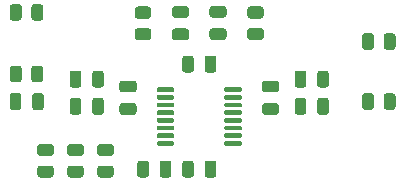
<source format=gbr>
%TF.GenerationSoftware,KiCad,Pcbnew,(5.1.9)-1*%
%TF.CreationDate,2021-03-27T14:28:13-04:00*%
%TF.ProjectId,DS2_Addon,4453325f-4164-4646-9f6e-2e6b69636164,rev?*%
%TF.SameCoordinates,Original*%
%TF.FileFunction,Paste,Top*%
%TF.FilePolarity,Positive*%
%FSLAX46Y46*%
G04 Gerber Fmt 4.6, Leading zero omitted, Abs format (unit mm)*
G04 Created by KiCad (PCBNEW (5.1.9)-1) date 2021-03-27 14:28:13*
%MOMM*%
%LPD*%
G01*
G04 APERTURE LIST*
G04 APERTURE END LIST*
%TO.C,C1*%
G36*
G01*
X138905000Y-76722500D02*
X137955000Y-76722500D01*
G75*
G02*
X137705000Y-76472500I0J250000D01*
G01*
X137705000Y-75972500D01*
G75*
G02*
X137955000Y-75722500I250000J0D01*
G01*
X138905000Y-75722500D01*
G75*
G02*
X139155000Y-75972500I0J-250000D01*
G01*
X139155000Y-76472500D01*
G75*
G02*
X138905000Y-76722500I-250000J0D01*
G01*
G37*
G36*
G01*
X138905000Y-78622500D02*
X137955000Y-78622500D01*
G75*
G02*
X137705000Y-78372500I0J250000D01*
G01*
X137705000Y-77872500D01*
G75*
G02*
X137955000Y-77622500I250000J0D01*
G01*
X138905000Y-77622500D01*
G75*
G02*
X139155000Y-77872500I0J-250000D01*
G01*
X139155000Y-78372500D01*
G75*
G02*
X138905000Y-78622500I-250000J0D01*
G01*
G37*
%TD*%
%TO.C,C2*%
G36*
G01*
X138290000Y-80170000D02*
X138290000Y-81120000D01*
G75*
G02*
X138040000Y-81370000I-250000J0D01*
G01*
X137540000Y-81370000D01*
G75*
G02*
X137290000Y-81120000I0J250000D01*
G01*
X137290000Y-80170000D01*
G75*
G02*
X137540000Y-79920000I250000J0D01*
G01*
X138040000Y-79920000D01*
G75*
G02*
X138290000Y-80170000I0J-250000D01*
G01*
G37*
G36*
G01*
X136390000Y-80170000D02*
X136390000Y-81120000D01*
G75*
G02*
X136140000Y-81370000I-250000J0D01*
G01*
X135640000Y-81370000D01*
G75*
G02*
X135390000Y-81120000I0J250000D01*
G01*
X135390000Y-80170000D01*
G75*
G02*
X135640000Y-79920000I250000J0D01*
G01*
X136140000Y-79920000D01*
G75*
G02*
X136390000Y-80170000I0J-250000D01*
G01*
G37*
%TD*%
%TO.C,C3*%
G36*
G01*
X134780000Y-75722500D02*
X135730000Y-75722500D01*
G75*
G02*
X135980000Y-75972500I0J-250000D01*
G01*
X135980000Y-76472500D01*
G75*
G02*
X135730000Y-76722500I-250000J0D01*
G01*
X134780000Y-76722500D01*
G75*
G02*
X134530000Y-76472500I0J250000D01*
G01*
X134530000Y-75972500D01*
G75*
G02*
X134780000Y-75722500I250000J0D01*
G01*
G37*
G36*
G01*
X134780000Y-77622500D02*
X135730000Y-77622500D01*
G75*
G02*
X135980000Y-77872500I0J-250000D01*
G01*
X135980000Y-78372500D01*
G75*
G02*
X135730000Y-78622500I-250000J0D01*
G01*
X134780000Y-78622500D01*
G75*
G02*
X134530000Y-78372500I0J250000D01*
G01*
X134530000Y-77872500D01*
G75*
G02*
X134780000Y-77622500I250000J0D01*
G01*
G37*
%TD*%
%TO.C,C4*%
G36*
G01*
X122690000Y-84295000D02*
X122690000Y-83345000D01*
G75*
G02*
X122940000Y-83095000I250000J0D01*
G01*
X123440000Y-83095000D01*
G75*
G02*
X123690000Y-83345000I0J-250000D01*
G01*
X123690000Y-84295000D01*
G75*
G02*
X123440000Y-84545000I-250000J0D01*
G01*
X122940000Y-84545000D01*
G75*
G02*
X122690000Y-84295000I0J250000D01*
G01*
G37*
G36*
G01*
X120790000Y-84295000D02*
X120790000Y-83345000D01*
G75*
G02*
X121040000Y-83095000I250000J0D01*
G01*
X121540000Y-83095000D01*
G75*
G02*
X121790000Y-83345000I0J-250000D01*
G01*
X121790000Y-84295000D01*
G75*
G02*
X121540000Y-84545000I-250000J0D01*
G01*
X121040000Y-84545000D01*
G75*
G02*
X120790000Y-84295000I0J250000D01*
G01*
G37*
%TD*%
%TO.C,C5*%
G36*
G01*
X132585000Y-89060000D02*
X132585000Y-90010000D01*
G75*
G02*
X132335000Y-90260000I-250000J0D01*
G01*
X131835000Y-90260000D01*
G75*
G02*
X131585000Y-90010000I0J250000D01*
G01*
X131585000Y-89060000D01*
G75*
G02*
X131835000Y-88810000I250000J0D01*
G01*
X132335000Y-88810000D01*
G75*
G02*
X132585000Y-89060000I0J-250000D01*
G01*
G37*
G36*
G01*
X134485000Y-89060000D02*
X134485000Y-90010000D01*
G75*
G02*
X134235000Y-90260000I-250000J0D01*
G01*
X133735000Y-90260000D01*
G75*
G02*
X133485000Y-90010000I0J250000D01*
G01*
X133485000Y-89060000D01*
G75*
G02*
X133735000Y-88810000I250000J0D01*
G01*
X134235000Y-88810000D01*
G75*
G02*
X134485000Y-89060000I0J-250000D01*
G01*
G37*
%TD*%
%TO.C,C6*%
G36*
G01*
X135390000Y-90010000D02*
X135390000Y-89060000D01*
G75*
G02*
X135640000Y-88810000I250000J0D01*
G01*
X136140000Y-88810000D01*
G75*
G02*
X136390000Y-89060000I0J-250000D01*
G01*
X136390000Y-90010000D01*
G75*
G02*
X136140000Y-90260000I-250000J0D01*
G01*
X135640000Y-90260000D01*
G75*
G02*
X135390000Y-90010000I0J250000D01*
G01*
G37*
G36*
G01*
X137290000Y-90010000D02*
X137290000Y-89060000D01*
G75*
G02*
X137540000Y-88810000I250000J0D01*
G01*
X138040000Y-88810000D01*
G75*
G02*
X138290000Y-89060000I0J-250000D01*
G01*
X138290000Y-90010000D01*
G75*
G02*
X138040000Y-90260000I-250000J0D01*
G01*
X137540000Y-90260000D01*
G75*
G02*
X137290000Y-90010000I0J250000D01*
G01*
G37*
%TD*%
%TO.C,C7*%
G36*
G01*
X125870000Y-84695000D02*
X125870000Y-83745000D01*
G75*
G02*
X126120000Y-83495000I250000J0D01*
G01*
X126620000Y-83495000D01*
G75*
G02*
X126870000Y-83745000I0J-250000D01*
G01*
X126870000Y-84695000D01*
G75*
G02*
X126620000Y-84945000I-250000J0D01*
G01*
X126120000Y-84945000D01*
G75*
G02*
X125870000Y-84695000I0J250000D01*
G01*
G37*
G36*
G01*
X127770000Y-84695000D02*
X127770000Y-83745000D01*
G75*
G02*
X128020000Y-83495000I250000J0D01*
G01*
X128520000Y-83495000D01*
G75*
G02*
X128770000Y-83745000I0J-250000D01*
G01*
X128770000Y-84695000D01*
G75*
G02*
X128520000Y-84945000I-250000J0D01*
G01*
X128020000Y-84945000D01*
G75*
G02*
X127770000Y-84695000I0J250000D01*
G01*
G37*
%TD*%
%TO.C,C8*%
G36*
G01*
X131285000Y-84950000D02*
X130335000Y-84950000D01*
G75*
G02*
X130085000Y-84700000I0J250000D01*
G01*
X130085000Y-84200000D01*
G75*
G02*
X130335000Y-83950000I250000J0D01*
G01*
X131285000Y-83950000D01*
G75*
G02*
X131535000Y-84200000I0J-250000D01*
G01*
X131535000Y-84700000D01*
G75*
G02*
X131285000Y-84950000I-250000J0D01*
G01*
G37*
G36*
G01*
X131285000Y-83050000D02*
X130335000Y-83050000D01*
G75*
G02*
X130085000Y-82800000I0J250000D01*
G01*
X130085000Y-82300000D01*
G75*
G02*
X130335000Y-82050000I250000J0D01*
G01*
X131285000Y-82050000D01*
G75*
G02*
X131535000Y-82300000I0J-250000D01*
G01*
X131535000Y-82800000D01*
G75*
G02*
X131285000Y-83050000I-250000J0D01*
G01*
G37*
%TD*%
%TO.C,C9*%
G36*
G01*
X126870000Y-81440000D02*
X126870000Y-82390000D01*
G75*
G02*
X126620000Y-82640000I-250000J0D01*
G01*
X126120000Y-82640000D01*
G75*
G02*
X125870000Y-82390000I0J250000D01*
G01*
X125870000Y-81440000D01*
G75*
G02*
X126120000Y-81190000I250000J0D01*
G01*
X126620000Y-81190000D01*
G75*
G02*
X126870000Y-81440000I0J-250000D01*
G01*
G37*
G36*
G01*
X128770000Y-81440000D02*
X128770000Y-82390000D01*
G75*
G02*
X128520000Y-82640000I-250000J0D01*
G01*
X128020000Y-82640000D01*
G75*
G02*
X127770000Y-82390000I0J250000D01*
G01*
X127770000Y-81440000D01*
G75*
G02*
X128020000Y-81190000I250000J0D01*
G01*
X128520000Y-81190000D01*
G75*
G02*
X128770000Y-81440000I0J-250000D01*
G01*
G37*
%TD*%
%TO.C,C10*%
G36*
G01*
X145920000Y-81440000D02*
X145920000Y-82390000D01*
G75*
G02*
X145670000Y-82640000I-250000J0D01*
G01*
X145170000Y-82640000D01*
G75*
G02*
X144920000Y-82390000I0J250000D01*
G01*
X144920000Y-81440000D01*
G75*
G02*
X145170000Y-81190000I250000J0D01*
G01*
X145670000Y-81190000D01*
G75*
G02*
X145920000Y-81440000I0J-250000D01*
G01*
G37*
G36*
G01*
X147820000Y-81440000D02*
X147820000Y-82390000D01*
G75*
G02*
X147570000Y-82640000I-250000J0D01*
G01*
X147070000Y-82640000D01*
G75*
G02*
X146820000Y-82390000I0J250000D01*
G01*
X146820000Y-81440000D01*
G75*
G02*
X147070000Y-81190000I250000J0D01*
G01*
X147570000Y-81190000D01*
G75*
G02*
X147820000Y-81440000I0J-250000D01*
G01*
G37*
%TD*%
%TO.C,C11*%
G36*
G01*
X142400000Y-83950000D02*
X143350000Y-83950000D01*
G75*
G02*
X143600000Y-84200000I0J-250000D01*
G01*
X143600000Y-84700000D01*
G75*
G02*
X143350000Y-84950000I-250000J0D01*
G01*
X142400000Y-84950000D01*
G75*
G02*
X142150000Y-84700000I0J250000D01*
G01*
X142150000Y-84200000D01*
G75*
G02*
X142400000Y-83950000I250000J0D01*
G01*
G37*
G36*
G01*
X142400000Y-82050000D02*
X143350000Y-82050000D01*
G75*
G02*
X143600000Y-82300000I0J-250000D01*
G01*
X143600000Y-82800000D01*
G75*
G02*
X143350000Y-83050000I-250000J0D01*
G01*
X142400000Y-83050000D01*
G75*
G02*
X142150000Y-82800000I0J250000D01*
G01*
X142150000Y-82300000D01*
G75*
G02*
X142400000Y-82050000I250000J0D01*
G01*
G37*
%TD*%
%TO.C,C12*%
G36*
G01*
X144920000Y-84695000D02*
X144920000Y-83745000D01*
G75*
G02*
X145170000Y-83495000I250000J0D01*
G01*
X145670000Y-83495000D01*
G75*
G02*
X145920000Y-83745000I0J-250000D01*
G01*
X145920000Y-84695000D01*
G75*
G02*
X145670000Y-84945000I-250000J0D01*
G01*
X145170000Y-84945000D01*
G75*
G02*
X144920000Y-84695000I0J250000D01*
G01*
G37*
G36*
G01*
X146820000Y-84695000D02*
X146820000Y-83745000D01*
G75*
G02*
X147070000Y-83495000I250000J0D01*
G01*
X147570000Y-83495000D01*
G75*
G02*
X147820000Y-83745000I0J-250000D01*
G01*
X147820000Y-84695000D01*
G75*
G02*
X147570000Y-84945000I-250000J0D01*
G01*
X147070000Y-84945000D01*
G75*
G02*
X146820000Y-84695000I0J250000D01*
G01*
G37*
%TD*%
%TO.C,R1*%
G36*
G01*
X142055001Y-76792500D02*
X141154999Y-76792500D01*
G75*
G02*
X140905000Y-76542501I0J249999D01*
G01*
X140905000Y-76017499D01*
G75*
G02*
X141154999Y-75767500I249999J0D01*
G01*
X142055001Y-75767500D01*
G75*
G02*
X142305000Y-76017499I0J-249999D01*
G01*
X142305000Y-76542501D01*
G75*
G02*
X142055001Y-76792500I-249999J0D01*
G01*
G37*
G36*
G01*
X142055001Y-78617500D02*
X141154999Y-78617500D01*
G75*
G02*
X140905000Y-78367501I0J249999D01*
G01*
X140905000Y-77842499D01*
G75*
G02*
X141154999Y-77592500I249999J0D01*
G01*
X142055001Y-77592500D01*
G75*
G02*
X142305000Y-77842499I0J-249999D01*
G01*
X142305000Y-78367501D01*
G75*
G02*
X142055001Y-78617500I-249999J0D01*
G01*
G37*
%TD*%
%TO.C,R2*%
G36*
G01*
X131629999Y-75767500D02*
X132530001Y-75767500D01*
G75*
G02*
X132780000Y-76017499I0J-249999D01*
G01*
X132780000Y-76542501D01*
G75*
G02*
X132530001Y-76792500I-249999J0D01*
G01*
X131629999Y-76792500D01*
G75*
G02*
X131380000Y-76542501I0J249999D01*
G01*
X131380000Y-76017499D01*
G75*
G02*
X131629999Y-75767500I249999J0D01*
G01*
G37*
G36*
G01*
X131629999Y-77592500D02*
X132530001Y-77592500D01*
G75*
G02*
X132780000Y-77842499I0J-249999D01*
G01*
X132780000Y-78367501D01*
G75*
G02*
X132530001Y-78617500I-249999J0D01*
G01*
X131629999Y-78617500D01*
G75*
G02*
X131380000Y-78367501I0J249999D01*
G01*
X131380000Y-77842499D01*
G75*
G02*
X131629999Y-77592500I249999J0D01*
G01*
G37*
%TD*%
%TO.C,R3*%
G36*
G01*
X129355001Y-90260000D02*
X128454999Y-90260000D01*
G75*
G02*
X128205000Y-90010001I0J249999D01*
G01*
X128205000Y-89484999D01*
G75*
G02*
X128454999Y-89235000I249999J0D01*
G01*
X129355001Y-89235000D01*
G75*
G02*
X129605000Y-89484999I0J-249999D01*
G01*
X129605000Y-90010001D01*
G75*
G02*
X129355001Y-90260000I-249999J0D01*
G01*
G37*
G36*
G01*
X129355001Y-88435000D02*
X128454999Y-88435000D01*
G75*
G02*
X128205000Y-88185001I0J249999D01*
G01*
X128205000Y-87659999D01*
G75*
G02*
X128454999Y-87410000I249999J0D01*
G01*
X129355001Y-87410000D01*
G75*
G02*
X129605000Y-87659999I0J-249999D01*
G01*
X129605000Y-88185001D01*
G75*
G02*
X129355001Y-88435000I-249999J0D01*
G01*
G37*
%TD*%
%TO.C,R4*%
G36*
G01*
X126815001Y-88435000D02*
X125914999Y-88435000D01*
G75*
G02*
X125665000Y-88185001I0J249999D01*
G01*
X125665000Y-87659999D01*
G75*
G02*
X125914999Y-87410000I249999J0D01*
G01*
X126815001Y-87410000D01*
G75*
G02*
X127065000Y-87659999I0J-249999D01*
G01*
X127065000Y-88185001D01*
G75*
G02*
X126815001Y-88435000I-249999J0D01*
G01*
G37*
G36*
G01*
X126815001Y-90260000D02*
X125914999Y-90260000D01*
G75*
G02*
X125665000Y-90010001I0J249999D01*
G01*
X125665000Y-89484999D01*
G75*
G02*
X125914999Y-89235000I249999J0D01*
G01*
X126815001Y-89235000D01*
G75*
G02*
X127065000Y-89484999I0J-249999D01*
G01*
X127065000Y-90010001D01*
G75*
G02*
X126815001Y-90260000I-249999J0D01*
G01*
G37*
%TD*%
%TO.C,R5*%
G36*
G01*
X123374999Y-87410000D02*
X124275001Y-87410000D01*
G75*
G02*
X124525000Y-87659999I0J-249999D01*
G01*
X124525000Y-88185001D01*
G75*
G02*
X124275001Y-88435000I-249999J0D01*
G01*
X123374999Y-88435000D01*
G75*
G02*
X123125000Y-88185001I0J249999D01*
G01*
X123125000Y-87659999D01*
G75*
G02*
X123374999Y-87410000I249999J0D01*
G01*
G37*
G36*
G01*
X123374999Y-89235000D02*
X124275001Y-89235000D01*
G75*
G02*
X124525000Y-89484999I0J-249999D01*
G01*
X124525000Y-90010001D01*
G75*
G02*
X124275001Y-90260000I-249999J0D01*
G01*
X123374999Y-90260000D01*
G75*
G02*
X123125000Y-90010001I0J249999D01*
G01*
X123125000Y-89484999D01*
G75*
G02*
X123374999Y-89235000I249999J0D01*
G01*
G37*
%TD*%
%TO.C,R6*%
G36*
G01*
X121820000Y-81032499D02*
X121820000Y-81932501D01*
G75*
G02*
X121570001Y-82182500I-249999J0D01*
G01*
X121044999Y-82182500D01*
G75*
G02*
X120795000Y-81932501I0J249999D01*
G01*
X120795000Y-81032499D01*
G75*
G02*
X121044999Y-80782500I249999J0D01*
G01*
X121570001Y-80782500D01*
G75*
G02*
X121820000Y-81032499I0J-249999D01*
G01*
G37*
G36*
G01*
X123645000Y-81032499D02*
X123645000Y-81932501D01*
G75*
G02*
X123395001Y-82182500I-249999J0D01*
G01*
X122869999Y-82182500D01*
G75*
G02*
X122620000Y-81932501I0J249999D01*
G01*
X122620000Y-81032499D01*
G75*
G02*
X122869999Y-80782500I249999J0D01*
G01*
X123395001Y-80782500D01*
G75*
G02*
X123645000Y-81032499I0J-249999D01*
G01*
G37*
%TD*%
%TO.C,R7*%
G36*
G01*
X120795000Y-76717501D02*
X120795000Y-75817499D01*
G75*
G02*
X121044999Y-75567500I249999J0D01*
G01*
X121570001Y-75567500D01*
G75*
G02*
X121820000Y-75817499I0J-249999D01*
G01*
X121820000Y-76717501D01*
G75*
G02*
X121570001Y-76967500I-249999J0D01*
G01*
X121044999Y-76967500D01*
G75*
G02*
X120795000Y-76717501I0J249999D01*
G01*
G37*
G36*
G01*
X122620000Y-76717501D02*
X122620000Y-75817499D01*
G75*
G02*
X122869999Y-75567500I249999J0D01*
G01*
X123395001Y-75567500D01*
G75*
G02*
X123645000Y-75817499I0J-249999D01*
G01*
X123645000Y-76717501D01*
G75*
G02*
X123395001Y-76967500I-249999J0D01*
G01*
X122869999Y-76967500D01*
G75*
G02*
X122620000Y-76717501I0J249999D01*
G01*
G37*
%TD*%
%TO.C,R8*%
G36*
G01*
X150617500Y-79190001D02*
X150617500Y-78289999D01*
G75*
G02*
X150867499Y-78040000I249999J0D01*
G01*
X151392501Y-78040000D01*
G75*
G02*
X151642500Y-78289999I0J-249999D01*
G01*
X151642500Y-79190001D01*
G75*
G02*
X151392501Y-79440000I-249999J0D01*
G01*
X150867499Y-79440000D01*
G75*
G02*
X150617500Y-79190001I0J249999D01*
G01*
G37*
G36*
G01*
X152442500Y-79190001D02*
X152442500Y-78289999D01*
G75*
G02*
X152692499Y-78040000I249999J0D01*
G01*
X153217501Y-78040000D01*
G75*
G02*
X153467500Y-78289999I0J-249999D01*
G01*
X153467500Y-79190001D01*
G75*
G02*
X153217501Y-79440000I-249999J0D01*
G01*
X152692499Y-79440000D01*
G75*
G02*
X152442500Y-79190001I0J249999D01*
G01*
G37*
%TD*%
%TO.C,R9*%
G36*
G01*
X151642500Y-83369999D02*
X151642500Y-84270001D01*
G75*
G02*
X151392501Y-84520000I-249999J0D01*
G01*
X150867499Y-84520000D01*
G75*
G02*
X150617500Y-84270001I0J249999D01*
G01*
X150617500Y-83369999D01*
G75*
G02*
X150867499Y-83120000I249999J0D01*
G01*
X151392501Y-83120000D01*
G75*
G02*
X151642500Y-83369999I0J-249999D01*
G01*
G37*
G36*
G01*
X153467500Y-83369999D02*
X153467500Y-84270001D01*
G75*
G02*
X153217501Y-84520000I-249999J0D01*
G01*
X152692499Y-84520000D01*
G75*
G02*
X152442500Y-84270001I0J249999D01*
G01*
X152442500Y-83369999D01*
G75*
G02*
X152692499Y-83120000I249999J0D01*
G01*
X153217501Y-83120000D01*
G75*
G02*
X153467500Y-83369999I0J-249999D01*
G01*
G37*
%TD*%
%TO.C,U1*%
G36*
G01*
X140442500Y-87265000D02*
X140442500Y-87465000D01*
G75*
G02*
X140342500Y-87565000I-100000J0D01*
G01*
X139067500Y-87565000D01*
G75*
G02*
X138967500Y-87465000I0J100000D01*
G01*
X138967500Y-87265000D01*
G75*
G02*
X139067500Y-87165000I100000J0D01*
G01*
X140342500Y-87165000D01*
G75*
G02*
X140442500Y-87265000I0J-100000D01*
G01*
G37*
G36*
G01*
X140442500Y-86615000D02*
X140442500Y-86815000D01*
G75*
G02*
X140342500Y-86915000I-100000J0D01*
G01*
X139067500Y-86915000D01*
G75*
G02*
X138967500Y-86815000I0J100000D01*
G01*
X138967500Y-86615000D01*
G75*
G02*
X139067500Y-86515000I100000J0D01*
G01*
X140342500Y-86515000D01*
G75*
G02*
X140442500Y-86615000I0J-100000D01*
G01*
G37*
G36*
G01*
X140442500Y-85965000D02*
X140442500Y-86165000D01*
G75*
G02*
X140342500Y-86265000I-100000J0D01*
G01*
X139067500Y-86265000D01*
G75*
G02*
X138967500Y-86165000I0J100000D01*
G01*
X138967500Y-85965000D01*
G75*
G02*
X139067500Y-85865000I100000J0D01*
G01*
X140342500Y-85865000D01*
G75*
G02*
X140442500Y-85965000I0J-100000D01*
G01*
G37*
G36*
G01*
X140442500Y-85315000D02*
X140442500Y-85515000D01*
G75*
G02*
X140342500Y-85615000I-100000J0D01*
G01*
X139067500Y-85615000D01*
G75*
G02*
X138967500Y-85515000I0J100000D01*
G01*
X138967500Y-85315000D01*
G75*
G02*
X139067500Y-85215000I100000J0D01*
G01*
X140342500Y-85215000D01*
G75*
G02*
X140442500Y-85315000I0J-100000D01*
G01*
G37*
G36*
G01*
X140442500Y-84665000D02*
X140442500Y-84865000D01*
G75*
G02*
X140342500Y-84965000I-100000J0D01*
G01*
X139067500Y-84965000D01*
G75*
G02*
X138967500Y-84865000I0J100000D01*
G01*
X138967500Y-84665000D01*
G75*
G02*
X139067500Y-84565000I100000J0D01*
G01*
X140342500Y-84565000D01*
G75*
G02*
X140442500Y-84665000I0J-100000D01*
G01*
G37*
G36*
G01*
X140442500Y-84015000D02*
X140442500Y-84215000D01*
G75*
G02*
X140342500Y-84315000I-100000J0D01*
G01*
X139067500Y-84315000D01*
G75*
G02*
X138967500Y-84215000I0J100000D01*
G01*
X138967500Y-84015000D01*
G75*
G02*
X139067500Y-83915000I100000J0D01*
G01*
X140342500Y-83915000D01*
G75*
G02*
X140442500Y-84015000I0J-100000D01*
G01*
G37*
G36*
G01*
X140442500Y-83365000D02*
X140442500Y-83565000D01*
G75*
G02*
X140342500Y-83665000I-100000J0D01*
G01*
X139067500Y-83665000D01*
G75*
G02*
X138967500Y-83565000I0J100000D01*
G01*
X138967500Y-83365000D01*
G75*
G02*
X139067500Y-83265000I100000J0D01*
G01*
X140342500Y-83265000D01*
G75*
G02*
X140442500Y-83365000I0J-100000D01*
G01*
G37*
G36*
G01*
X140442500Y-82715000D02*
X140442500Y-82915000D01*
G75*
G02*
X140342500Y-83015000I-100000J0D01*
G01*
X139067500Y-83015000D01*
G75*
G02*
X138967500Y-82915000I0J100000D01*
G01*
X138967500Y-82715000D01*
G75*
G02*
X139067500Y-82615000I100000J0D01*
G01*
X140342500Y-82615000D01*
G75*
G02*
X140442500Y-82715000I0J-100000D01*
G01*
G37*
G36*
G01*
X134717500Y-82715000D02*
X134717500Y-82915000D01*
G75*
G02*
X134617500Y-83015000I-100000J0D01*
G01*
X133342500Y-83015000D01*
G75*
G02*
X133242500Y-82915000I0J100000D01*
G01*
X133242500Y-82715000D01*
G75*
G02*
X133342500Y-82615000I100000J0D01*
G01*
X134617500Y-82615000D01*
G75*
G02*
X134717500Y-82715000I0J-100000D01*
G01*
G37*
G36*
G01*
X134717500Y-83365000D02*
X134717500Y-83565000D01*
G75*
G02*
X134617500Y-83665000I-100000J0D01*
G01*
X133342500Y-83665000D01*
G75*
G02*
X133242500Y-83565000I0J100000D01*
G01*
X133242500Y-83365000D01*
G75*
G02*
X133342500Y-83265000I100000J0D01*
G01*
X134617500Y-83265000D01*
G75*
G02*
X134717500Y-83365000I0J-100000D01*
G01*
G37*
G36*
G01*
X134717500Y-84015000D02*
X134717500Y-84215000D01*
G75*
G02*
X134617500Y-84315000I-100000J0D01*
G01*
X133342500Y-84315000D01*
G75*
G02*
X133242500Y-84215000I0J100000D01*
G01*
X133242500Y-84015000D01*
G75*
G02*
X133342500Y-83915000I100000J0D01*
G01*
X134617500Y-83915000D01*
G75*
G02*
X134717500Y-84015000I0J-100000D01*
G01*
G37*
G36*
G01*
X134717500Y-84665000D02*
X134717500Y-84865000D01*
G75*
G02*
X134617500Y-84965000I-100000J0D01*
G01*
X133342500Y-84965000D01*
G75*
G02*
X133242500Y-84865000I0J100000D01*
G01*
X133242500Y-84665000D01*
G75*
G02*
X133342500Y-84565000I100000J0D01*
G01*
X134617500Y-84565000D01*
G75*
G02*
X134717500Y-84665000I0J-100000D01*
G01*
G37*
G36*
G01*
X134717500Y-85315000D02*
X134717500Y-85515000D01*
G75*
G02*
X134617500Y-85615000I-100000J0D01*
G01*
X133342500Y-85615000D01*
G75*
G02*
X133242500Y-85515000I0J100000D01*
G01*
X133242500Y-85315000D01*
G75*
G02*
X133342500Y-85215000I100000J0D01*
G01*
X134617500Y-85215000D01*
G75*
G02*
X134717500Y-85315000I0J-100000D01*
G01*
G37*
G36*
G01*
X134717500Y-85965000D02*
X134717500Y-86165000D01*
G75*
G02*
X134617500Y-86265000I-100000J0D01*
G01*
X133342500Y-86265000D01*
G75*
G02*
X133242500Y-86165000I0J100000D01*
G01*
X133242500Y-85965000D01*
G75*
G02*
X133342500Y-85865000I100000J0D01*
G01*
X134617500Y-85865000D01*
G75*
G02*
X134717500Y-85965000I0J-100000D01*
G01*
G37*
G36*
G01*
X134717500Y-86615000D02*
X134717500Y-86815000D01*
G75*
G02*
X134617500Y-86915000I-100000J0D01*
G01*
X133342500Y-86915000D01*
G75*
G02*
X133242500Y-86815000I0J100000D01*
G01*
X133242500Y-86615000D01*
G75*
G02*
X133342500Y-86515000I100000J0D01*
G01*
X134617500Y-86515000D01*
G75*
G02*
X134717500Y-86615000I0J-100000D01*
G01*
G37*
G36*
G01*
X134717500Y-87265000D02*
X134717500Y-87465000D01*
G75*
G02*
X134617500Y-87565000I-100000J0D01*
G01*
X133342500Y-87565000D01*
G75*
G02*
X133242500Y-87465000I0J100000D01*
G01*
X133242500Y-87265000D01*
G75*
G02*
X133342500Y-87165000I100000J0D01*
G01*
X134617500Y-87165000D01*
G75*
G02*
X134717500Y-87265000I0J-100000D01*
G01*
G37*
%TD*%
M02*

</source>
